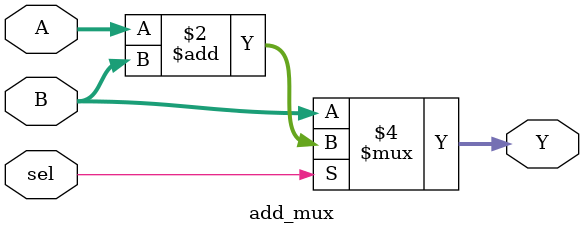
<source format=v>
`timescale 1ns / 1ps

module add_mux #(parameter N = 4)(
	input [2*N-1:0] A,
	input [2*N-1:0] B,
	input sel,
	output reg [2*N-1:0] Y
   );
	
	always @(*) begin
		if(sel) begin
			Y <= A + B;
		end
		else
			Y <= B;
	end
endmodule

</source>
